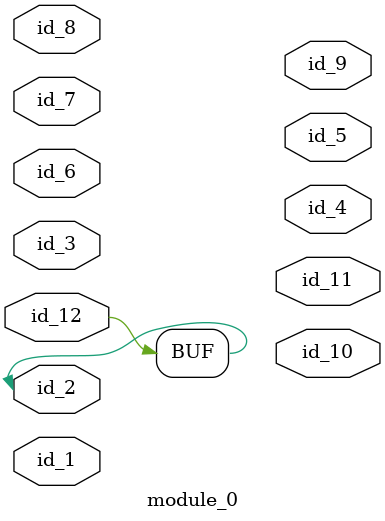
<source format=v>
module module_0 (
    id_1,
    id_2,
    id_3,
    id_4,
    id_5,
    id_6,
    id_7,
    id_8,
    id_9,
    id_10,
    id_11,
    id_12
);
  inout id_12;
  output id_11;
  output id_10;
  output id_9;
  input id_8;
  inout id_7;
  inout id_6;
  output id_5;
  output id_4;
  inout id_3;
  inout id_2;
  inout id_1;
  always @(*) begin
    id_12 <= id_2;
  end
endmodule

</source>
